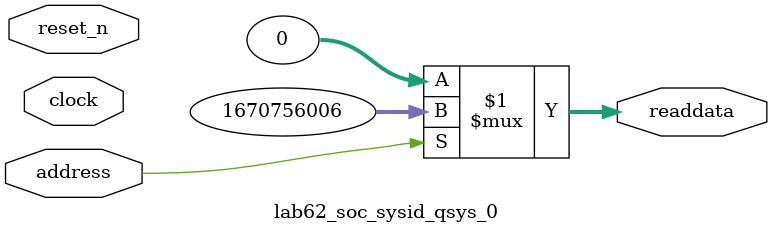
<source format=v>



// synthesis translate_off
`timescale 1ns / 1ps
// synthesis translate_on

// turn off superfluous verilog processor warnings 
// altera message_level Level1 
// altera message_off 10034 10035 10036 10037 10230 10240 10030 

module lab62_soc_sysid_qsys_0 (
               // inputs:
                address,
                clock,
                reset_n,

               // outputs:
                readdata
             )
;

  output  [ 31: 0] readdata;
  input            address;
  input            clock;
  input            reset_n;

  wire    [ 31: 0] readdata;
  //control_slave, which is an e_avalon_slave
  assign readdata = address ? 1670756006 : 0;

endmodule



</source>
